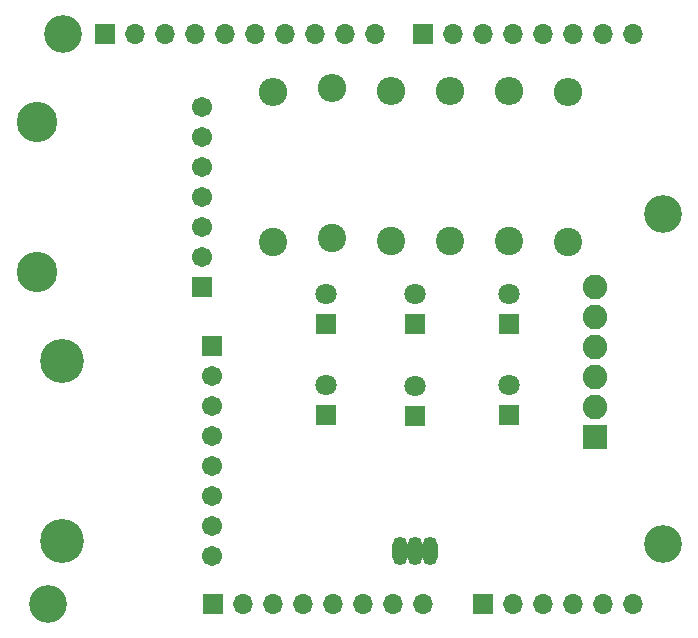
<source format=gbr>
%TF.GenerationSoftware,KiCad,Pcbnew,8.0.8*%
%TF.CreationDate,2025-03-12T20:50:06-06:00*%
%TF.ProjectId,UnoShieldFinalProject,556e6f53-6869-4656-9c64-46696e616c50,rev?*%
%TF.SameCoordinates,Original*%
%TF.FileFunction,Soldermask,Top*%
%TF.FilePolarity,Negative*%
%FSLAX46Y46*%
G04 Gerber Fmt 4.6, Leading zero omitted, Abs format (unit mm)*
G04 Created by KiCad (PCBNEW 8.0.8) date 2025-03-12 20:50:06*
%MOMM*%
%LPD*%
G01*
G04 APERTURE LIST*
G04 Aperture macros list*
%AMRoundRect*
0 Rectangle with rounded corners*
0 $1 Rounding radius*
0 $2 $3 $4 $5 $6 $7 $8 $9 X,Y pos of 4 corners*
0 Add a 4 corners polygon primitive as box body*
4,1,4,$2,$3,$4,$5,$6,$7,$8,$9,$2,$3,0*
0 Add four circle primitives for the rounded corners*
1,1,$1+$1,$2,$3*
1,1,$1+$1,$4,$5*
1,1,$1+$1,$6,$7*
1,1,$1+$1,$8,$9*
0 Add four rect primitives between the rounded corners*
20,1,$1+$1,$2,$3,$4,$5,0*
20,1,$1+$1,$4,$5,$6,$7,0*
20,1,$1+$1,$6,$7,$8,$9,0*
20,1,$1+$1,$8,$9,$2,$3,0*%
G04 Aperture macros list end*
%ADD10R,1.700000X1.700000*%
%ADD11O,1.700000X1.700000*%
%ADD12O,1.304000X2.404000*%
%ADD13R,1.800000X1.800000*%
%ADD14C,1.800000*%
%ADD15RoundRect,0.102000X-0.939800X0.939800X-0.939800X-0.939800X0.939800X-0.939800X0.939800X0.939800X0*%
%ADD16C,2.083600*%
%ADD17C,2.400000*%
%ADD18O,2.400000X2.400000*%
%ADD19C,3.200000*%
%ADD20RoundRect,0.102000X0.754000X-0.754000X0.754000X0.754000X-0.754000X0.754000X-0.754000X-0.754000X0*%
%ADD21C,1.712000*%
%ADD22C,3.420000*%
%ADD23C,3.720000*%
G04 APERTURE END LIST*
D10*
%TO.C,J1*%
X127940000Y-97460000D03*
D11*
X130480000Y-97460000D03*
X133020000Y-97460000D03*
X135560000Y-97460000D03*
X138100000Y-97460000D03*
X140640000Y-97460000D03*
X143180000Y-97460000D03*
X145720000Y-97460000D03*
%TD*%
D10*
%TO.C,J3*%
X150800000Y-97460000D03*
D11*
X153340000Y-97460000D03*
X155880000Y-97460000D03*
X158420000Y-97460000D03*
X160960000Y-97460000D03*
X163500000Y-97460000D03*
%TD*%
D10*
%TO.C,J2*%
X118796000Y-49200000D03*
D11*
X121336000Y-49200000D03*
X123876000Y-49200000D03*
X126416000Y-49200000D03*
X128956000Y-49200000D03*
X131496000Y-49200000D03*
X134036000Y-49200000D03*
X136576000Y-49200000D03*
X139116000Y-49200000D03*
X141656000Y-49200000D03*
%TD*%
D10*
%TO.C,J4*%
X145720000Y-49200000D03*
D11*
X148260000Y-49200000D03*
X150800000Y-49200000D03*
X153340000Y-49200000D03*
X155880000Y-49200000D03*
X158420000Y-49200000D03*
X160960000Y-49200000D03*
X163500000Y-49200000D03*
%TD*%
D12*
%TO.C,U2*%
X143730000Y-93000000D03*
X145000000Y-93000000D03*
X146270000Y-93000000D03*
%TD*%
D13*
%TO.C,D4*%
X145000000Y-81540000D03*
D14*
X145000000Y-79000000D03*
%TD*%
D15*
%TO.C,U1*%
X160245000Y-83350000D03*
D16*
X160245000Y-80810000D03*
X160245000Y-78270000D03*
X160245000Y-75730000D03*
X160245000Y-73190000D03*
X160245000Y-70650000D03*
%TD*%
D17*
%TO.C,R3*%
X148000000Y-66700000D03*
D18*
X148000000Y-54000000D03*
%TD*%
D13*
%TO.C,D2*%
X153000000Y-81500000D03*
D14*
X153000000Y-78960000D03*
%TD*%
D17*
%TO.C,R2*%
X153000000Y-66700000D03*
D18*
X153000000Y-54000000D03*
%TD*%
D19*
%TO.C,MH1*%
X115240000Y-49200000D03*
%TD*%
D17*
%TO.C,R4*%
X143000000Y-66700000D03*
D18*
X143000000Y-54000000D03*
%TD*%
D17*
%TO.C,R5*%
X138000000Y-66500000D03*
D18*
X138000000Y-53800000D03*
%TD*%
D20*
%TO.C,U3*%
X126985000Y-70620000D03*
D21*
X126985000Y-68080000D03*
X126985000Y-65540000D03*
X126985000Y-63000000D03*
X126985000Y-60460000D03*
X126985000Y-57920000D03*
X126985000Y-55380000D03*
D22*
X113015000Y-69350000D03*
X113015000Y-56650000D03*
%TD*%
D20*
%TO.C,U4*%
X127850000Y-75610000D03*
D21*
X127850000Y-78150000D03*
X127850000Y-80690000D03*
X127850000Y-83230000D03*
X127850000Y-85770000D03*
X127850000Y-88310000D03*
X127850000Y-90850000D03*
X127850000Y-93390000D03*
D23*
X115150000Y-92120000D03*
X115150000Y-76880000D03*
%TD*%
D13*
%TO.C,D6*%
X137500000Y-81500000D03*
D14*
X137500000Y-78960000D03*
%TD*%
D17*
%TO.C,R1*%
X158000000Y-66850000D03*
D18*
X158000000Y-54150000D03*
%TD*%
D13*
%TO.C,D3*%
X145000000Y-73775000D03*
D14*
X145000000Y-71235000D03*
%TD*%
D13*
%TO.C,D1*%
X153000000Y-73775000D03*
D14*
X153000000Y-71235000D03*
%TD*%
D19*
%TO.C,MH2*%
X113970000Y-97460000D03*
%TD*%
%TO.C,MH3*%
X166040000Y-64440000D03*
%TD*%
%TO.C,MH4*%
X166040000Y-92380000D03*
%TD*%
D13*
%TO.C,D5*%
X137500000Y-73775000D03*
D14*
X137500000Y-71235000D03*
%TD*%
D17*
%TO.C,R6*%
X133000000Y-66850000D03*
D18*
X133000000Y-54150000D03*
%TD*%
M02*

</source>
